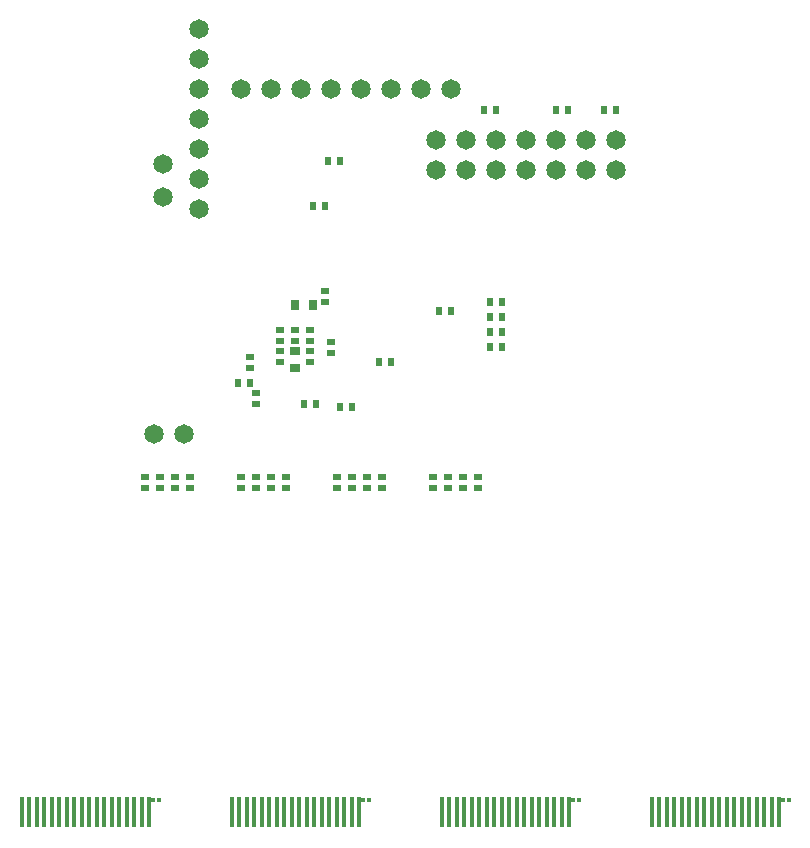
<source format=gbs>
G04 (created by PCBNEW-RS274X (2010-03-14)-final) date Thu 20 Jan 2011 12:09:16 PM EST*
G01*
G70*
G90*
%MOIN*%
G04 Gerber Fmt 3.4, Leading zero omitted, Abs format*
%FSLAX34Y34*%
G04 APERTURE LIST*
%ADD10C,0.001000*%
%ADD11R,0.012600X0.017700*%
%ADD12R,0.025600X0.021700*%
%ADD13R,0.021700X0.025600*%
%ADD14R,0.037400X0.025600*%
%ADD15R,0.025600X0.037400*%
%ADD16C,0.065000*%
%ADD17R,0.015000X0.102000*%
G04 APERTURE END LIST*
G54D10*
G54D11*
X22252Y-01500D03*
X22448Y-01500D03*
X36252Y-01500D03*
X36448Y-01500D03*
X43252Y-01500D03*
X43448Y-01500D03*
X29252Y-01500D03*
X29448Y-01500D03*
G54D12*
X23000Y09297D03*
X23000Y08903D03*
X23500Y09297D03*
X23500Y08903D03*
X22500Y09297D03*
X22500Y08903D03*
X22000Y09297D03*
X22000Y08903D03*
X29400Y09297D03*
X29400Y08903D03*
X29900Y09297D03*
X29900Y08903D03*
X28900Y09297D03*
X28900Y08903D03*
X28400Y09297D03*
X28400Y08903D03*
X32600Y09297D03*
X32600Y08903D03*
X33100Y09297D03*
X33100Y08903D03*
X32100Y09297D03*
X32100Y08903D03*
X31600Y09297D03*
X31600Y08903D03*
X26200Y09297D03*
X26200Y08903D03*
X26700Y09297D03*
X26700Y08903D03*
X25700Y09297D03*
X25700Y08903D03*
X25200Y09297D03*
X25200Y08903D03*
G54D13*
X36097Y21500D03*
X35703Y21500D03*
X37697Y21500D03*
X37303Y21500D03*
X33303Y21500D03*
X33697Y21500D03*
X29803Y13100D03*
X30197Y13100D03*
G54D12*
X27500Y13803D03*
X27500Y14197D03*
X27500Y13497D03*
X27500Y13103D03*
X27000Y13803D03*
X27000Y14197D03*
X28000Y15103D03*
X28000Y15497D03*
X25500Y13297D03*
X25500Y12903D03*
X25700Y11703D03*
X25700Y12097D03*
G54D13*
X28503Y11600D03*
X28897Y11600D03*
X25103Y12400D03*
X25497Y12400D03*
X27997Y18300D03*
X27603Y18300D03*
X27697Y11700D03*
X27303Y11700D03*
G54D12*
X28200Y13797D03*
X28200Y13403D03*
G54D13*
X32197Y14800D03*
X31803Y14800D03*
X28497Y19800D03*
X28103Y19800D03*
G54D12*
X26500Y13803D03*
X26500Y14197D03*
X26500Y13497D03*
X26500Y13103D03*
G54D13*
X33897Y13600D03*
X33503Y13600D03*
X33897Y14100D03*
X33503Y14100D03*
X33897Y14600D03*
X33503Y14600D03*
X33897Y15100D03*
X33503Y15100D03*
G54D14*
X27000Y12905D03*
X27000Y13495D03*
G54D15*
X27005Y15000D03*
X27595Y15000D03*
G54D16*
X22300Y10700D03*
X23300Y10700D03*
X23800Y24200D03*
X23800Y23200D03*
X23800Y22200D03*
X23800Y21200D03*
X23800Y20200D03*
X23800Y19200D03*
X23800Y18200D03*
X37700Y20500D03*
X37700Y19500D03*
X36700Y20500D03*
X36700Y19500D03*
X35700Y20500D03*
X35700Y19500D03*
X34700Y20500D03*
X34700Y19500D03*
X33700Y20500D03*
X33700Y19500D03*
X32700Y20500D03*
X32700Y19500D03*
X31700Y20500D03*
X31700Y19500D03*
G54D17*
X17875Y-01900D03*
X18125Y-01900D03*
X18375Y-01900D03*
X18625Y-01900D03*
X18875Y-01900D03*
X19125Y-01900D03*
X19375Y-01900D03*
X19625Y-01900D03*
X19875Y-01900D03*
X20125Y-01900D03*
X20375Y-01900D03*
X20625Y-01900D03*
X20875Y-01900D03*
X21125Y-01900D03*
X21375Y-01900D03*
X21625Y-01900D03*
X21875Y-01900D03*
X22125Y-01900D03*
X31875Y-01900D03*
X32125Y-01900D03*
X32375Y-01900D03*
X32625Y-01900D03*
X32875Y-01900D03*
X33125Y-01900D03*
X33375Y-01900D03*
X33625Y-01900D03*
X33875Y-01900D03*
X34125Y-01900D03*
X34375Y-01900D03*
X34625Y-01900D03*
X34875Y-01900D03*
X35125Y-01900D03*
X35375Y-01900D03*
X35625Y-01900D03*
X35875Y-01900D03*
X36125Y-01900D03*
X38875Y-01900D03*
X39125Y-01900D03*
X39375Y-01900D03*
X39625Y-01900D03*
X39875Y-01900D03*
X40125Y-01900D03*
X40375Y-01900D03*
X40625Y-01900D03*
X40875Y-01900D03*
X41125Y-01900D03*
X41375Y-01900D03*
X41625Y-01900D03*
X41875Y-01900D03*
X42125Y-01900D03*
X42375Y-01900D03*
X42625Y-01900D03*
X42875Y-01900D03*
X43125Y-01900D03*
X24875Y-01900D03*
X25125Y-01900D03*
X25375Y-01900D03*
X25625Y-01900D03*
X25875Y-01900D03*
X26125Y-01900D03*
X26375Y-01900D03*
X26625Y-01900D03*
X26875Y-01900D03*
X27125Y-01900D03*
X27375Y-01900D03*
X27625Y-01900D03*
X27875Y-01900D03*
X28125Y-01900D03*
X28375Y-01900D03*
X28625Y-01900D03*
X28875Y-01900D03*
X29125Y-01900D03*
G54D16*
X25190Y22210D03*
X26190Y22210D03*
X27190Y22210D03*
X28190Y22210D03*
X32190Y22210D03*
X31190Y22210D03*
X30190Y22210D03*
X29190Y22210D03*
X22600Y19700D03*
X22600Y18600D03*
M02*

</source>
